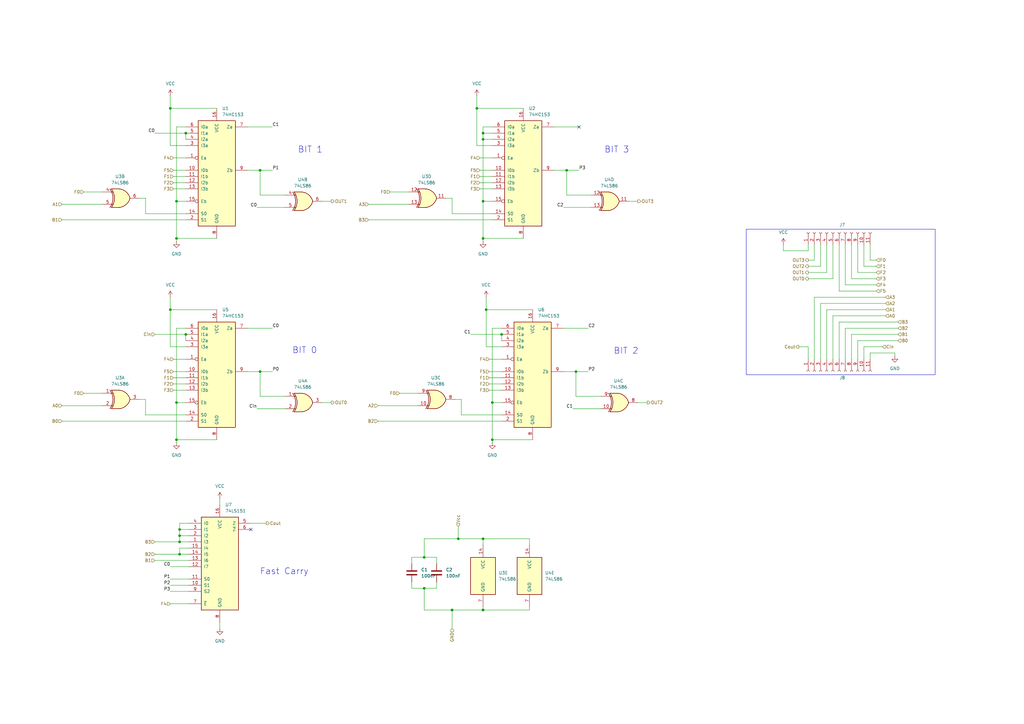
<source format=kicad_sch>
(kicad_sch (version 20231120) (generator "eeschema") (generator_version "8.0")
  (paper "A3")
  (lib_symbols
    (symbol "74xx:74LS151" (pin_names (offset 1.016))
      (property "Reference" "U" (at -7.62 19.05 0))
      (property "Value" "74LS151" (at -7.62 -21.59 0))
      (symbol "74LS151_1_0"
        (pin input line (at -12.7 7.62 0) (length 5.08) (name "I3") (number "1"))
        (pin input line (at -12.7 -10.16 0) (length 5.08) (name "S1") (number "10"))
        (pin input line (at -12.7 -7.62 0) (length 5.08) (name "S0") (number "11"))
        (pin input line (at -12.7 -2.54 0) (length 5.08) (name "I7") (number "12"))
        (pin input line (at -12.7 0 0) (length 5.08) (name "I6") (number "13"))
        (pin input line (at -12.7 2.54 0) (length 5.08) (name "I5") (number "14"))
        (pin input line (at -12.7 5.08 0) (length 5.08) (name "I4") (number "15"))
        (pin power_in line (at 0 22.86 270) (length 5.08) (name "VCC") (number "16"))
        (pin input line (at -12.7 10.16 0) (length 5.08) (name "I2") (number "2"))
        (pin input line (at -12.7 12.7 0) (length 5.08) (name "I1") (number "3"))
        (pin input line (at -12.7 15.24 0) (length 5.08) (name "I0") (number "4"))
        (pin output line (at 12.7 15.24 180) (length 5.08) (name "Z") (number "5"))
        (pin output line (at 12.7 12.7 180) (length 5.08) (name "~{Z}") (number "6"))
        (pin input line (at -12.7 -17.78 0) (length 5.08) (name "~{E}") (number "7"))
        (pin power_in line (at 0 -25.4 90) (length 5.08) (name "GND") (number "8"))
        (pin input line (at -12.7 -12.7 0) (length 5.08) (name "S2") (number "9"))
      )
      (symbol "74LS151_1_1"
        (rectangle (start -7.62 17.78) (end 7.62 -20.32) (stroke (width 0.254)) (fill (type background)))
      )
    )
    (symbol "74xx:74LS153" (pin_names (offset 1.016))
      (property "Reference" "U" (at -7.62 21.59 0))
      (property "Value" "74LS153" (at -7.62 -24.13 0))
      (symbol "74LS153_1_0"
        (pin input inverted (at -12.7 5.08 0) (length 5.08) (name "Ea") (number "1"))
        (pin input line (at -12.7 0 0) (length 5.08) (name "I0b") (number "10"))
        (pin input line (at -12.7 -2.54 0) (length 5.08) (name "I1b") (number "11"))
        (pin input line (at -12.7 -5.08 0) (length 5.08) (name "I2b") (number "12"))
        (pin input line (at -12.7 -7.62 0) (length 5.08) (name "I3b") (number "13"))
        (pin input line (at -12.7 -17.78 0) (length 5.08) (name "S0") (number "14"))
        (pin input inverted (at -12.7 -12.7 0) (length 5.08) (name "Eb") (number "15"))
        (pin power_in line (at 0 25.4 270) (length 5.08) (name "VCC") (number "16"))
        (pin input line (at -12.7 -20.32 0) (length 5.08) (name "S1") (number "2"))
        (pin input line (at -12.7 10.16 0) (length 5.08) (name "I3a") (number "3"))
        (pin input line (at -12.7 12.7 0) (length 5.08) (name "I2a") (number "4"))
        (pin input line (at -12.7 15.24 0) (length 5.08) (name "I1a") (number "5"))
        (pin input line (at -12.7 17.78 0) (length 5.08) (name "I0a") (number "6"))
        (pin output line (at 12.7 17.78 180) (length 5.08) (name "Za") (number "7"))
        (pin power_in line (at 0 -27.94 90) (length 5.08) (name "GND") (number "8"))
        (pin output line (at 12.7 0 180) (length 5.08) (name "Zb") (number "9"))
      )
      (symbol "74LS153_1_1"
        (rectangle (start -7.62 20.32) (end 7.62 -22.86) (stroke (width 0.254)) (fill (type background)))
      )
    )
    (symbol "74xx:74LS86" (pin_names (offset 1.016))
      (property "Reference" "U" (at 0 1.27 0))
      (property "Value" "74LS86" (at 0 -1.27 0))
      (symbol "74LS86_1_0"
        (arc (start -4.4196 -3.81) (mid -3.2033 0) (end -4.4196 3.81) (stroke (width 0.254)))
        (arc (start -3.81 -3.81) (mid -2.589 0) (end -3.81 3.81) (stroke (width 0.254)))
        (arc (start -0.6096 -3.81) (mid 2.1842 -2.5851) (end 3.81 0) (stroke (width 0.254)) (fill (type background)))
        (polyline (pts (xy -3.81 -3.81) (xy -0.635 -3.81)) (stroke (width 0.254)) (fill (type background)))
        (polyline (pts (xy -3.81 3.81) (xy -0.635 3.81)) (stroke (width 0.254)) (fill (type background)))
        (polyline (pts (xy -0.635 3.81) (xy -3.81 3.81) (xy -3.81 3.81) (xy -3.556 3.4036) (xy -3.0226 2.2606) (xy -2.6924 1.0414) (xy -2.6162 -0.254) (xy -2.7686 -1.4986) (xy -3.175 -2.7178) (xy -3.81 -3.81) (xy -3.81 -3.81) (xy -0.635 -3.81)) (stroke (width -25.4)) (fill (type background)))
        (arc (start 3.81 0) (mid 2.1915 2.5936) (end -0.6096 3.81) (stroke (width 0.254)) (fill (type background)))
        (pin input line (at -7.62 2.54 0) (length 4.445) (name "~") (number "1"))
        (pin input line (at -7.62 -2.54 0) (length 4.445) (name "~") (number "2"))
        (pin output line (at 7.62 0 180) (length 3.81) (name "~") (number "3"))
      )
      (symbol "74LS86_1_1"
        (polyline (pts (xy -3.81 -2.54) (xy -3.175 -2.54)) (stroke (width 0.1524)))
        (polyline (pts (xy -3.81 2.54) (xy -3.175 2.54)) (stroke (width 0.1524)))
      )
      (symbol "74LS86_2_0"
        (arc (start -4.4196 -3.81) (mid -3.2033 0) (end -4.4196 3.81) (stroke (width 0.254)))
        (arc (start -3.81 -3.81) (mid -2.589 0) (end -3.81 3.81) (stroke (width 0.254)))
        (arc (start -0.6096 -3.81) (mid 2.1842 -2.5851) (end 3.81 0) (stroke (width 0.254)) (fill (type background)))
        (polyline (pts (xy -3.81 -3.81) (xy -0.635 -3.81)) (stroke (width 0.254)) (fill (type background)))
        (polyline (pts (xy -3.81 3.81) (xy -0.635 3.81)) (stroke (width 0.254)) (fill (type background)))
        (polyline (pts (xy -0.635 3.81) (xy -3.81 3.81) (xy -3.81 3.81) (xy -3.556 3.4036) (xy -3.0226 2.2606) (xy -2.6924 1.0414) (xy -2.6162 -0.254) (xy -2.7686 -1.4986) (xy -3.175 -2.7178) (xy -3.81 -3.81) (xy -3.81 -3.81) (xy -0.635 -3.81)) (stroke (width -25.4)) (fill (type background)))
        (arc (start 3.81 0) (mid 2.1915 2.5936) (end -0.6096 3.81) (stroke (width 0.254)) (fill (type background)))
        (pin input line (at -7.62 2.54 0) (length 4.445) (name "~") (number "4"))
        (pin input line (at -7.62 -2.54 0) (length 4.445) (name "~") (number "5"))
        (pin output line (at 7.62 0 180) (length 3.81) (name "~") (number "6"))
      )
      (symbol "74LS86_2_1"
        (polyline (pts (xy -3.81 -2.54) (xy -3.175 -2.54)) (stroke (width 0.1524)))
        (polyline (pts (xy -3.81 2.54) (xy -3.175 2.54)) (stroke (width 0.1524)))
      )
      (symbol "74LS86_3_0"
        (arc (start -4.4196 -3.81) (mid -3.2033 0) (end -4.4196 3.81) (stroke (width 0.254)))
        (arc (start -3.81 -3.81) (mid -2.589 0) (end -3.81 3.81) (stroke (width 0.254)))
        (arc (start -0.6096 -3.81) (mid 2.1842 -2.5851) (end 3.81 0) (stroke (width 0.254)) (fill (type background)))
        (polyline (pts (xy -3.81 -3.81) (xy -0.635 -3.81)) (stroke (width 0.254)) (fill (type background)))
        (polyline (pts (xy -3.81 3.81) (xy -0.635 3.81)) (stroke (width 0.254)) (fill (type background)))
        (polyline (pts (xy -0.635 3.81) (xy -3.81 3.81) (xy -3.81 3.81) (xy -3.556 3.4036) (xy -3.0226 2.2606) (xy -2.6924 1.0414) (xy -2.6162 -0.254) (xy -2.7686 -1.4986) (xy -3.175 -2.7178) (xy -3.81 -3.81) (xy -3.81 -3.81) (xy -0.635 -3.81)) (stroke (width -25.4)) (fill (type background)))
        (arc (start 3.81 0) (mid 2.1915 2.5936) (end -0.6096 3.81) (stroke (width 0.254)) (fill (type background)))
        (pin input line (at -7.62 -2.54 0) (length 4.445) (name "~") (number "10"))
        (pin output line (at 7.62 0 180) (length 3.81) (name "~") (number "8"))
        (pin input line (at -7.62 2.54 0) (length 4.445) (name "~") (number "9"))
      )
      (symbol "74LS86_3_1"
        (polyline (pts (xy -3.81 -2.54) (xy -3.175 -2.54)) (stroke (width 0.1524)))
        (polyline (pts (xy -3.81 2.54) (xy -3.175 2.54)) (stroke (width 0.1524)))
      )
      (symbol "74LS86_4_0"
        (arc (start -4.4196 -3.81) (mid -3.2033 0) (end -4.4196 3.81) (stroke (width 0.254)))
        (arc (start -3.81 -3.81) (mid -2.589 0) (end -3.81 3.81) (stroke (width 0.254)))
        (arc (start -0.6096 -3.81) (mid 2.1842 -2.5851) (end 3.81 0) (stroke (width 0.254)) (fill (type background)))
        (polyline (pts (xy -3.81 -3.81) (xy -0.635 -3.81)) (stroke (width 0.254)) (fill (type background)))
        (polyline (pts (xy -3.81 3.81) (xy -0.635 3.81)) (stroke (width 0.254)) (fill (type background)))
        (polyline (pts (xy -0.635 3.81) (xy -3.81 3.81) (xy -3.81 3.81) (xy -3.556 3.4036) (xy -3.0226 2.2606) (xy -2.6924 1.0414) (xy -2.6162 -0.254) (xy -2.7686 -1.4986) (xy -3.175 -2.7178) (xy -3.81 -3.81) (xy -3.81 -3.81) (xy -0.635 -3.81)) (stroke (width -25.4)) (fill (type background)))
        (arc (start 3.81 0) (mid 2.1915 2.5936) (end -0.6096 3.81) (stroke (width 0.254)) (fill (type background)))
        (pin output line (at 7.62 0 180) (length 3.81) (name "~") (number "11"))
        (pin input line (at -7.62 2.54 0) (length 4.445) (name "~") (number "12"))
        (pin input line (at -7.62 -2.54 0) (length 4.445) (name "~") (number "13"))
      )
      (symbol "74LS86_4_1"
        (polyline (pts (xy -3.81 -2.54) (xy -3.175 -2.54)) (stroke (width 0.1524)))
        (polyline (pts (xy -3.81 2.54) (xy -3.175 2.54)) (stroke (width 0.1524)))
      )
      (symbol "74LS86_5_0"
        (pin power_in line (at 0 12.7 270) (length 5.08) (name "VCC") (number "14"))
        (pin power_in line (at 0 -12.7 90) (length 5.08) (name "GND") (number "7"))
      )
      (symbol "74LS86_5_1"
        (rectangle (start -5.08 7.62) (end 5.08 -7.62) (stroke (width 0.254)) (fill (type background)))
      )
    )
    (symbol "Connector:Conn_01x11_Socket" (pin_names (offset 1.016) hide)
      (property "Reference" "J" (at 0 15.24 0))
      (property "Value" "Conn_01x11_Socket" (at 0 -15.24 0))
      (symbol "Conn_01x11_Socket_1_1"
        (arc (start 0 -12.192) (mid -0.5058 -12.7) (end 0 -13.208) (stroke (width 0.1524)))
        (arc (start 0 -9.652) (mid -0.5058 -10.16) (end 0 -10.668) (stroke (width 0.1524)))
        (arc (start 0 -7.112) (mid -0.5058 -7.62) (end 0 -8.128) (stroke (width 0.1524)))
        (arc (start 0 -4.572) (mid -0.5058 -5.08) (end 0 -5.588) (stroke (width 0.1524)))
        (arc (start 0 -2.032) (mid -0.5058 -2.54) (end 0 -3.048) (stroke (width 0.1524)))
        (polyline (pts (xy -1.27 -12.7) (xy -0.508 -12.7)) (stroke (width 0.1524)))
        (polyline (pts (xy -1.27 -10.16) (xy -0.508 -10.16)) (stroke (width 0.1524)))
        (polyline (pts (xy -1.27 -7.62) (xy -0.508 -7.62)) (stroke (width 0.1524)))
        (polyline (pts (xy -1.27 -5.08) (xy -0.508 -5.08)) (stroke (width 0.1524)))
        (polyline (pts (xy -1.27 -2.54) (xy -0.508 -2.54)) (stroke (width 0.1524)))
        (polyline (pts (xy -1.27 0) (xy -0.508 0)) (stroke (width 0.1524)))
        (polyline (pts (xy -1.27 2.54) (xy -0.508 2.54)) (stroke (width 0.1524)))
        (polyline (pts (xy -1.27 5.08) (xy -0.508 5.08)) (stroke (width 0.1524)))
        (polyline (pts (xy -1.27 7.62) (xy -0.508 7.62)) (stroke (width 0.1524)))
        (polyline (pts (xy -1.27 10.16) (xy -0.508 10.16)) (stroke (width 0.1524)))
        (polyline (pts (xy -1.27 12.7) (xy -0.508 12.7)) (stroke (width 0.1524)))
        (arc (start 0 0.508) (mid -0.5058 0) (end 0 -0.508) (stroke (width 0.1524)))
        (arc (start 0 3.048) (mid -0.5058 2.54) (end 0 2.032) (stroke (width 0.1524)))
        (arc (start 0 5.588) (mid -0.5058 5.08) (end 0 4.572) (stroke (width 0.1524)))
        (arc (start 0 8.128) (mid -0.5058 7.62) (end 0 7.112) (stroke (width 0.1524)))
        (arc (start 0 10.668) (mid -0.5058 10.16) (end 0 9.652) (stroke (width 0.1524)))
        (arc (start 0 13.208) (mid -0.5058 12.7) (end 0 12.192) (stroke (width 0.1524)))
        (pin passive line (at -5.08 12.7 0) (length 3.81) (name "Pin_1") (number "1"))
        (pin passive line (at -5.08 -10.16 0) (length 3.81) (name "Pin_10") (number "10"))
        (pin passive line (at -5.08 -12.7 0) (length 3.81) (name "Pin_11") (number "11"))
        (pin passive line (at -5.08 10.16 0) (length 3.81) (name "Pin_2") (number "2"))
        (pin passive line (at -5.08 7.62 0) (length 3.81) (name "Pin_3") (number "3"))
        (pin passive line (at -5.08 5.08 0) (length 3.81) (name "Pin_4") (number "4"))
        (pin passive line (at -5.08 2.54 0) (length 3.81) (name "Pin_5") (number "5"))
        (pin passive line (at -5.08 0 0) (length 3.81) (name "Pin_6") (number "6"))
        (pin passive line (at -5.08 -2.54 0) (length 3.81) (name "Pin_7") (number "7"))
        (pin passive line (at -5.08 -5.08 0) (length 3.81) (name "Pin_8") (number "8"))
        (pin passive line (at -5.08 -7.62 0) (length 3.81) (name "Pin_9") (number "9"))
      )
    )
    (symbol "Device:C" (pin_numbers hide) (pin_names (offset 0.254))
      (property "Reference" "C" (at 0.635 2.54 0))
      (property "Value" "C" (at 0.635 -2.54 0))
      (symbol "C_0_1"
        (polyline (pts (xy -2.032 -0.762) (xy 2.032 -0.762)) (stroke (width 0.508)))
        (polyline (pts (xy -2.032 0.762) (xy 2.032 0.762)) (stroke (width 0.508)))
      )
      (symbol "C_1_1"
        (pin passive line (at 0 3.81 270) (length 2.794) (name "~") (number "1"))
        (pin passive line (at 0 -3.81 90) (length 2.794) (name "~") (number "2"))
      )
    )
    (symbol "power:GND" (power) (pin_numbers hide) (pin_names (offset 0) hide)
      (property "Value" "GND" (at 0 -3.81 0))
      (symbol "GND_0_1"
        (polyline (pts (xy 0 0) (xy 0 -1.27) (xy 1.27 -1.27) (xy 0 -2.54) (xy -1.27 -1.27) (xy 0 -1.27)))
      )
      (symbol "GND_1_1"
        (pin power_in line (at 0 0 270) (length 0) (name "~") (number "1"))
      )
    )
    (symbol "power:VCC" (power) (pin_numbers hide) (pin_names (offset 0) hide)
      (property "Value" "VCC" (at 0 3.556 0))
      (symbol "VCC_0_1"
        (polyline (pts (xy -0.762 1.27) (xy 0 2.54)))
        (polyline (pts (xy 0 0) (xy 0 2.54)))
        (polyline (pts (xy 0 2.54) (xy 0.762 1.27)))
      )
      (symbol "VCC_1_1"
        (pin power_in line (at 0 0 90) (length 0) (name "~") (number "1"))
      )
    )
  )
  (junction (at 198.12 82.55))
  (junction (at 72.39 97.79))
  (junction (at 72.39 180.34))
  (junction (at 199.39 127))
  (junction (at 73.66 217.17))
  (junction (at 69.85 44.45))
  (junction (at 232.41 69.85))
  (junction (at 201.93 180.34))
  (junction (at 195.58 44.45))
  (junction (at 76.2 137.16))
  (junction (at 173.99 241.3))
  (junction (at 106.68 152.4))
  (junction (at 198.12 54.61))
  (junction (at 73.66 219.71))
  (junction (at 205.74 137.16))
  (junction (at 72.39 82.55))
  (junction (at 73.66 227.33))
  (junction (at 76.2 54.61))
  (junction (at 69.85 127))
  (junction (at 201.93 165.1))
  (junction (at 198.12 220.98))
  (junction (at 73.66 222.25))
  (junction (at 236.22 152.4))
  (junction (at 106.68 69.85))
  (junction (at 198.12 97.79))
  (junction (at 187.96 220.98))
  (junction (at 198.12 57.15))
  (junction (at 72.39 165.1))
  (junction (at 198.12 250.19))
  (junction (at 173.99 228.6))
  (junction (at 185.42 250.19))
  (no_connect (at 237.49 52.07))
  (no_connect (at 102.87 217.17))
  (wire (pts (xy 71.12 74.93) (xy 76.2 74.93)))
  (wire (pts (xy 359.41 109.22) (xy 354.33 109.22)))
  (wire (pts (xy 69.85 59.69) (xy 69.85 44.45)))
  (wire (pts (xy 151.13 83.82) (xy 167.64 83.82)))
  (wire (pts (xy 69.85 127) (xy 69.85 121.92)))
  (wire (pts (xy 163.83 161.29) (xy 171.45 161.29)))
  (wire (pts (xy 185.42 87.63) (xy 201.93 87.63)))
  (wire (pts (xy 102.87 214.63) (xy 109.22 214.63)))
  (wire (pts (xy 73.66 214.63) (xy 73.66 217.17)))
  (wire (pts (xy 72.39 52.07) (xy 72.39 82.55)))
  (wire (pts (xy 227.33 52.07) (xy 237.49 52.07)))
  (wire (pts (xy 331.47 114.3) (xy 341.63 114.3)))
  (wire (pts (xy 344.17 119.38) (xy 359.41 119.38)))
  (wire (pts (xy 199.39 142.24) (xy 199.39 127)))
  (wire (pts (xy 201.93 165.1) (xy 201.93 180.34)))
  (wire (pts (xy 25.4 166.37) (xy 41.91 166.37)))
  (wire (pts (xy 242.57 80.01) (xy 232.41 80.01)))
  (wire (pts (xy 354.33 142.24) (xy 354.33 147.32)))
  (wire (pts (xy 217.17 248.92) (xy 217.17 250.19)))
  (wire (pts (xy 73.66 219.71) (xy 77.47 219.71)))
  (wire (pts (xy 356.87 144.78) (xy 367.03 144.78)))
  (wire (pts (xy 116.84 162.56) (xy 106.68 162.56)))
  (wire (pts (xy 69.85 237.49) (xy 77.47 237.49)))
  (wire (pts (xy 321.31 102.87) (xy 331.47 102.87)))
  (wire (pts (xy 76.2 142.24) (xy 69.85 142.24)))
  (wire (pts (xy 187.96 220.98) (xy 187.96 215.9)))
  (wire (pts (xy 201.93 180.34) (xy 218.44 180.34)))
  (wire (pts (xy 101.6 152.4) (xy 106.68 152.4)))
  (wire (pts (xy 368.3 132.08) (xy 344.17 132.08)))
  (wire (pts (xy 57.15 81.28) (xy 59.69 81.28)))
  (wire (pts (xy 71.12 69.85) (xy 76.2 69.85)))
  (wire (pts (xy 363.22 121.92) (xy 334.01 121.92)))
  (wire (pts (xy 76.2 54.61) (xy 76.2 57.15)))
  (wire (pts (xy 76.2 52.07) (xy 72.39 52.07)))
  (wire (pts (xy 356.87 100.33) (xy 356.87 106.68)))
  (wire (pts (xy 356.87 147.32) (xy 356.87 144.78)))
  (wire (pts (xy 90.17 204.47) (xy 90.17 207.01)))
  (wire (pts (xy 359.41 106.68) (xy 356.87 106.68)))
  (wire (pts (xy 34.29 78.74) (xy 41.91 78.74)))
  (wire (pts (xy 69.85 247.65) (xy 77.47 247.65)))
  (wire (pts (xy 185.42 250.19) (xy 185.42 257.81)))
  (wire (pts (xy 198.12 220.98) (xy 187.96 220.98)))
  (wire (pts (xy 72.39 180.34) (xy 88.9 180.34)))
  (wire (pts (xy 69.85 142.24) (xy 69.85 127)))
  (wire (pts (xy 25.4 172.72) (xy 76.2 172.72)))
  (wire (pts (xy 331.47 106.68) (xy 334.01 106.68)))
  (wire (pts (xy 331.47 109.22) (xy 336.55 109.22)))
  (wire (pts (xy 168.91 241.3) (xy 173.99 241.3)))
  (wire (pts (xy 368.3 137.16) (xy 349.25 137.16)))
  (wire (pts (xy 201.93 165.1) (xy 205.74 165.1)))
  (wire (pts (xy 160.02 78.74) (xy 167.64 78.74)))
  (wire (pts (xy 331.47 111.76) (xy 339.09 111.76)))
  (wire (pts (xy 182.88 81.28) (xy 185.42 81.28)))
  (wire (pts (xy 257.81 82.55) (xy 261.62 82.55)))
  (wire (pts (xy 196.85 69.85) (xy 201.93 69.85)))
  (wire (pts (xy 341.63 129.54) (xy 341.63 147.32)))
  (wire (pts (xy 69.85 44.45) (xy 69.85 39.37)))
  (wire (pts (xy 76.2 137.16) (xy 76.2 139.7)))
  (wire (pts (xy 72.39 97.79) (xy 88.9 97.79)))
  (wire (pts (xy 173.99 250.19) (xy 185.42 250.19)))
  (wire (pts (xy 368.3 139.7) (xy 351.79 139.7)))
  (wire (pts (xy 232.41 69.85) (xy 232.41 80.01)))
  (wire (pts (xy 336.55 124.46) (xy 336.55 147.32)))
  (wire (pts (xy 198.12 82.55) (xy 201.93 82.55)))
  (wire (pts (xy 179.07 228.6) (xy 173.99 228.6)))
  (wire (pts (xy 76.2 59.69) (xy 69.85 59.69)))
  (wire (pts (xy 205.74 137.16) (xy 205.74 139.7)))
  (wire (pts (xy 198.12 82.55) (xy 198.12 97.79)))
  (wire (pts (xy 246.38 162.56) (xy 236.22 162.56)))
  (wire (pts (xy 361.95 142.24) (xy 354.33 142.24)))
  (wire (pts (xy 71.12 77.47) (xy 76.2 77.47)))
  (wire (pts (xy 154.94 172.72) (xy 205.74 172.72)))
  (wire (pts (xy 168.91 228.6) (xy 168.91 231.14)))
  (wire (pts (xy 231.14 152.4) (xy 236.22 152.4)))
  (wire (pts (xy 101.6 134.62) (xy 111.76 134.62)))
  (wire (pts (xy 195.58 59.69) (xy 195.58 44.45)))
  (wire (pts (xy 321.31 100.33) (xy 321.31 102.87)))
  (wire (pts (xy 154.94 166.37) (xy 171.45 166.37)))
  (wire (pts (xy 339.09 111.76) (xy 339.09 100.33)))
  (wire (pts (xy 71.12 157.48) (xy 76.2 157.48)))
  (wire (pts (xy 368.3 134.62) (xy 346.71 134.62)))
  (wire (pts (xy 59.69 170.18) (xy 76.2 170.18)))
  (wire (pts (xy 344.17 132.08) (xy 344.17 147.32)))
  (wire (pts (xy 69.85 240.03) (xy 77.47 240.03)))
  (wire (pts (xy 72.39 165.1) (xy 72.39 180.34)))
  (wire (pts (xy 359.41 114.3) (xy 349.25 114.3)))
  (wire (pts (xy 106.68 69.85) (xy 111.76 69.85)))
  (wire (pts (xy 71.12 154.94) (xy 76.2 154.94)))
  (wire (pts (xy 73.66 224.79) (xy 73.66 227.33)))
  (wire (pts (xy 231.14 85.09) (xy 242.57 85.09)))
  (wire (pts (xy 200.66 152.4) (xy 205.74 152.4)))
  (wire (pts (xy 173.99 220.98) (xy 173.99 228.6)))
  (wire (pts (xy 101.6 69.85) (xy 106.68 69.85)))
  (wire (pts (xy 354.33 109.22) (xy 354.33 100.33)))
  (wire (pts (xy 201.93 59.69) (xy 195.58 59.69)))
  (wire (pts (xy 200.66 147.32) (xy 205.74 147.32)))
  (wire (pts (xy 57.15 163.83) (xy 59.69 163.83)))
  (wire (pts (xy 63.5 229.87) (xy 77.47 229.87)))
  (wire (pts (xy 196.85 77.47) (xy 201.93 77.47)))
  (wire (pts (xy 34.29 161.29) (xy 41.91 161.29)))
  (wire (pts (xy 71.12 72.39) (xy 76.2 72.39)))
  (wire (pts (xy 327.66 142.24) (xy 331.47 142.24)))
  (wire (pts (xy 77.47 224.79) (xy 73.66 224.79)))
  (wire (pts (xy 336.55 109.22) (xy 336.55 100.33)))
  (wire (pts (xy 198.12 52.07) (xy 198.12 54.61)))
  (wire (pts (xy 261.62 165.1) (xy 265.43 165.1)))
  (wire (pts (xy 179.07 231.14) (xy 179.07 228.6)))
  (wire (pts (xy 200.66 154.94) (xy 205.74 154.94)))
  (wire (pts (xy 349.25 114.3) (xy 349.25 100.33)))
  (wire (pts (xy 234.95 167.64) (xy 246.38 167.64)))
  (wire (pts (xy 189.23 170.18) (xy 205.74 170.18)))
  (wire (pts (xy 198.12 250.19) (xy 185.42 250.19)))
  (wire (pts (xy 341.63 114.3) (xy 341.63 100.33)))
  (wire (pts (xy 132.08 82.55) (xy 135.89 82.55)))
  (wire (pts (xy 346.71 134.62) (xy 346.71 147.32)))
  (wire (pts (xy 201.93 52.07) (xy 198.12 52.07)))
  (wire (pts (xy 198.12 57.15) (xy 198.12 82.55)))
  (wire (pts (xy 236.22 152.4) (xy 236.22 162.56)))
  (wire (pts (xy 63.5 222.25) (xy 73.66 222.25)))
  (wire (pts (xy 236.22 152.4) (xy 241.3 152.4)))
  (wire (pts (xy 359.41 116.84) (xy 346.71 116.84)))
  (wire (pts (xy 63.5 54.61) (xy 76.2 54.61)))
  (wire (pts (xy 227.33 69.85) (xy 232.41 69.85)))
  (wire (pts (xy 199.39 127) (xy 199.39 121.92)))
  (wire (pts (xy 185.42 81.28) (xy 185.42 87.63)))
  (wire (pts (xy 69.85 232.41) (xy 77.47 232.41)))
  (wire (pts (xy 105.41 85.09) (xy 116.84 85.09)))
  (wire (pts (xy 25.4 83.82) (xy 41.91 83.82)))
  (wire (pts (xy 132.08 165.1) (xy 135.89 165.1)))
  (wire (pts (xy 72.39 97.79) (xy 72.39 99.06)))
  (wire (pts (xy 71.12 64.77) (xy 76.2 64.77)))
  (wire (pts (xy 71.12 160.02) (xy 76.2 160.02)))
  (wire (pts (xy 173.99 228.6) (xy 168.91 228.6)))
  (wire (pts (xy 173.99 241.3) (xy 179.07 241.3)))
  (wire (pts (xy 198.12 57.15) (xy 201.93 57.15)))
  (wire (pts (xy 331.47 102.87) (xy 331.47 100.33)))
  (wire (pts (xy 196.85 74.93) (xy 201.93 74.93)))
  (wire (pts (xy 193.04 137.16) (xy 205.74 137.16)))
  (wire (pts (xy 198.12 248.92) (xy 198.12 250.19)))
  (wire (pts (xy 359.41 111.76) (xy 351.79 111.76)))
  (wire (pts (xy 205.74 134.62) (xy 201.93 134.62)))
  (wire (pts (xy 69.85 242.57) (xy 77.47 242.57)))
  (wire (pts (xy 151.13 90.17) (xy 201.93 90.17)))
  (wire (pts (xy 217.17 220.98) (xy 198.12 220.98)))
  (wire (pts (xy 334.01 106.68) (xy 334.01 100.33)))
  (wire (pts (xy 351.79 111.76) (xy 351.79 100.33)))
  (wire (pts (xy 196.85 64.77) (xy 201.93 64.77)))
  (wire (pts (xy 72.39 82.55) (xy 76.2 82.55)))
  (wire (pts (xy 63.5 227.33) (xy 73.66 227.33)))
  (wire (pts (xy 232.41 69.85) (xy 237.49 69.85)))
  (wire (pts (xy 72.39 82.55) (xy 72.39 97.79)))
  (wire (pts (xy 105.41 167.64) (xy 116.84 167.64)))
  (wire (pts (xy 231.14 134.62) (xy 241.3 134.62)))
  (wire (pts (xy 363.22 129.54) (xy 341.63 129.54)))
  (wire (pts (xy 106.68 69.85) (xy 106.68 80.01)))
  (wire (pts (xy 195.58 44.45) (xy 214.63 44.45)))
  (wire (pts (xy 77.47 214.63) (xy 73.66 214.63)))
  (wire (pts (xy 72.39 134.62) (xy 72.39 165.1)))
  (wire (pts (xy 25.4 90.17) (xy 76.2 90.17)))
  (wire (pts (xy 200.66 160.02) (xy 205.74 160.02)))
  (wire (pts (xy 73.66 227.33) (xy 77.47 227.33)))
  (wire (pts (xy 363.22 127) (xy 339.09 127)))
  (wire (pts (xy 73.66 219.71) (xy 73.66 222.25)))
  (wire (pts (xy 116.84 80.01) (xy 106.68 80.01)))
  (wire (pts (xy 198.12 54.61) (xy 198.12 57.15)))
  (wire (pts (xy 351.79 139.7) (xy 351.79 147.32)))
  (wire (pts (xy 90.17 255.27) (xy 90.17 257.81)))
  (wire (pts (xy 367.03 144.78) (xy 367.03 146.05)))
  (wire (pts (xy 187.96 220.98) (xy 173.99 220.98)))
  (wire (pts (xy 344.17 100.33) (xy 344.17 119.38)))
  (wire (pts (xy 72.39 165.1) (xy 76.2 165.1)))
  (wire (pts (xy 73.66 222.25) (xy 77.47 222.25)))
  (wire (pts (xy 101.6 52.07) (xy 111.76 52.07)))
  (wire (pts (xy 76.2 134.62) (xy 72.39 134.62)))
  (wire (pts (xy 186.69 163.83) (xy 189.23 163.83)))
  (wire (pts (xy 200.66 157.48) (xy 205.74 157.48)))
  (wire (pts (xy 198.12 54.61) (xy 201.93 54.61)))
  (wire (pts (xy 339.09 127) (xy 339.09 147.32)))
  (wire (pts (xy 201.93 180.34) (xy 201.93 181.61)))
  (wire (pts (xy 73.66 217.17) (xy 73.66 219.71)))
  (wire (pts (xy 71.12 152.4) (xy 76.2 152.4)))
  (wire (pts (xy 349.25 137.16) (xy 349.25 147.32)))
  (wire (pts (xy 189.23 163.83) (xy 189.23 170.18)))
  (wire (pts (xy 334.01 121.92) (xy 334.01 147.32)))
  (wire (pts (xy 173.99 241.3) (xy 173.99 250.19)))
  (wire (pts (xy 59.69 163.83) (xy 59.69 170.18)))
  (wire (pts (xy 71.12 147.32) (xy 76.2 147.32)))
  (wire (pts (xy 69.85 127) (xy 88.9 127)))
  (wire (pts (xy 201.93 134.62) (xy 201.93 165.1)))
  (wire (pts (xy 106.68 152.4) (xy 106.68 162.56)))
  (wire (pts (xy 168.91 238.76) (xy 168.91 241.3)))
  (wire (pts (xy 198.12 220.98) (xy 198.12 223.52)))
  (wire (pts (xy 198.12 97.79) (xy 198.12 99.06)))
  (wire (pts (xy 59.69 81.28) (xy 59.69 87.63)))
  (wire (pts (xy 205.74 142.24) (xy 199.39 142.24)))
  (wire (pts (xy 195.58 44.45) (xy 195.58 39.37)))
  (wire (pts (xy 59.69 87.63) (xy 76.2 87.63)))
  (wire (pts (xy 196.85 72.39) (xy 201.93 72.39)))
  (wire (pts (xy 73.66 217.17) (xy 77.47 217.17)))
  (wire (pts (xy 179.07 241.3) (xy 179.07 238.76)))
  (wire (pts (xy 363.22 124.46) (xy 336.55 124.46)))
  (wire (pts (xy 346.71 116.84) (xy 346.71 100.33)))
  (wire (pts (xy 198.12 97.79) (xy 214.63 97.79)))
  (wire (pts (xy 106.68 152.4) (xy 111.76 152.4)))
  (wire (pts (xy 63.5 137.16) (xy 76.2 137.16)))
  (wire (pts (xy 331.47 142.24) (xy 331.47 147.32)))
  (wire (pts (xy 69.85 44.45) (xy 88.9 44.45)))
  (wire (pts (xy 199.39 127) (xy 218.44 127)))
  (wire (pts (xy 217.17 223.52) (xy 217.17 220.98)))
  (wire (pts (xy 72.39 180.34) (xy 72.39 181.61)))
  (wire (pts (xy 217.17 250.19) (xy 198.12 250.19)))
  (rectangle (start 306.07 93.98) (end 383.54 153.67))
  (text "BIT 3" (at 252.984 61.468 0) (effects (font (size 2.54 2.54))))
  (text "BIT 0" (at 124.968 143.764 0) (effects (font (size 2.54 2.54))))
  (text "BIT 2\n" (at 256.794 144.018 0) (effects (font (size 2.54 2.54))))
  (text "Fast Carry" (at 116.586 234.442 0) (effects (font (size 2.54 2.54))))
  (text "BIT 1" (at 127.254 61.468 0) (effects (font (size 2.54 2.54))))
  (label "C1" (at 234.95 167.64 180))
  (label "P1" (at 69.85 237.49 180))
  (label "P2" (at 241.3 152.4 0))
  (label "P2" (at 69.85 240.03 180))
  (label "P3" (at 237.49 69.85 0))
  (label "P0" (at 111.76 152.4 0))
  (label "C0" (at 63.5 54.61 180))
  (label "C0" (at 105.41 85.09 180))
  (label "P3" (at 69.85 242.57 180))
  (label "C1" (at 111.76 52.07 0))
  (label "C0" (at 111.76 134.62 0))
  (label "C1" (at 193.04 137.16 180))
  (label "C0" (at 69.85 232.41 180))
  (label "Cin" (at 105.41 167.64 180) (property "Cin" "Carry In" (effects (hide yes))))
  (label "C2" (at 241.3 134.62 0))
  (label "P1" (at 111.76 69.85 0))
  (label "C2" (at 231.14 85.09 180))
  (hierarchical_label "F3" (shape input) (at 71.12 160.02 180))
  (hierarchical_label "B2" (shape input) (at 154.94 172.72 180))
  (hierarchical_label "F4" (shape input) (at 69.85 247.65 180))
  (hierarchical_label "OUT3" (shape output) (at 261.62 82.55 0))
  (hierarchical_label "OUT1" (shape output) (at 135.89 82.55 0))
  (hierarchical_label "F5" (shape input) (at 200.66 152.4 180))
  (hierarchical_label "A2" (shape input) (at 363.22 124.46 0))
  (hierarchical_label "F1" (shape input) (at 196.85 72.39 180))
  (hierarchical_label "A3" (shape input) (at 151.13 83.82 180))
  (hierarchical_label "F2" (shape input) (at 196.85 74.93 180))
  (hierarchical_label "B0" (shape input) (at 368.3 139.7 0))
  (hierarchical_label "B1" (shape input) (at 25.4 90.17 180))
  (hierarchical_label "F5" (shape input) (at 359.41 119.38 0))
  (hierarchical_label "B3" (shape input) (at 151.13 90.17 180))
  (hierarchical_label "A1" (shape input) (at 363.22 127 0))
  (hierarchical_label "F2" (shape input) (at 71.12 157.48 180))
  (hierarchical_label "F0" (shape input) (at 34.29 78.74 180))
  (hierarchical_label "F0" (shape input) (at 34.29 161.29 180))
  (hierarchical_label "F1" (shape input) (at 71.12 72.39 180))
  (hierarchical_label "F5" (shape input) (at 196.85 69.85 180))
  (hierarchical_label "Cin" (shape input) (at 63.5 137.16 180))
  (hierarchical_label "B3" (shape input) (at 63.5 222.25 180))
  (hierarchical_label "F4" (shape input) (at 200.66 147.32 180))
  (hierarchical_label "B0" (shape input) (at 25.4 172.72 180))
  (hierarchical_label "F0" (shape input) (at 359.41 106.68 0))
  (hierarchical_label "F4" (shape input) (at 196.85 64.77 180))
  (hierarchical_label "OUT3" (shape output) (at 331.47 106.68 180))
  (hierarchical_label "B3" (shape input) (at 368.3 132.08 0))
  (hierarchical_label "F5" (shape input) (at 71.12 152.4 180))
  (hierarchical_label "OUT2" (shape output) (at 331.47 109.22 180))
  (hierarchical_label "OUT2" (shape output) (at 265.43 165.1 0))
  (hierarchical_label "F3" (shape input) (at 359.41 114.3 0))
  (hierarchical_label "F4" (shape input) (at 71.12 147.32 180))
  (hierarchical_label "F3" (shape input) (at 71.12 77.47 180))
  (hierarchical_label "F2" (shape input) (at 359.41 111.76 0))
  (hierarchical_label "Cout" (shape output) (at 327.66 142.24 180))
  (hierarchical_label "A0" (shape input) (at 363.22 129.54 0))
  (hierarchical_label "F5" (shape input) (at 71.12 69.85 180))
  (hierarchical_label "F4" (shape input) (at 359.41 116.84 0))
  (hierarchical_label "F1" (shape input) (at 200.66 154.94 180))
  (hierarchical_label "A3" (shape input) (at 363.22 121.92 0))
  (hierarchical_label "OUT0" (shape output) (at 135.89 165.1 0))
  (hierarchical_label "GND" (shape input) (at 185.42 257.81 270))
  (hierarchical_label "F1" (shape input) (at 71.12 154.94 180))
  (hierarchical_label "OUT0" (shape output) (at 331.47 114.3 180))
  (hierarchical_label "A1" (shape input) (at 25.4 83.82 180))
  (hierarchical_label "B1" (shape input) (at 368.3 137.16 0))
  (hierarchical_label "B2" (shape input) (at 368.3 134.62 0))
  (hierarchical_label "OUT1" (shape output) (at 331.47 111.76 180))
  (hierarchical_label "F0" (shape input) (at 163.83 161.29 180))
  (hierarchical_label "A0" (shape input) (at 25.4 166.37 180))
  (hierarchical_label "F2" (shape input) (at 200.66 157.48 180))
  (hierarchical_label "F3" (shape input) (at 196.85 77.47 180))
  (hierarchical_label "A2" (shape input) (at 154.94 166.37 180))
  (hierarchical_label "B1" (shape input) (at 63.5 229.87 180))
  (hierarchical_label "Cout" (shape output) (at 109.22 214.63 0))
  (hierarchical_label "F1" (shape input) (at 359.41 109.22 0))
  (hierarchical_label "Cin" (shape input) (at 361.95 142.24 0))
  (hierarchical_label "Vcc" (shape input) (at 187.96 215.9 90))
  (hierarchical_label "F2" (shape input) (at 71.12 74.93 180))
  (hierarchical_label "F4" (shape input) (at 71.12 64.77 180))
  (hierarchical_label "B2" (shape input) (at 63.5 227.33 180))
  (hierarchical_label "F3" (shape input) (at 200.66 160.02 180))
  (hierarchical_label "F0" (shape input) (at 160.02 78.74 180))
  (symbol (lib_id "power:VCC") (at 90.17 204.47 0) (unit 1)
    (property "Reference" "#PWR015" (effects (hide yes)))
    (property "Value" "VCC" (at 90.17 199.39 0))
    (property "Description" "Power symbol creates a global label with name \"VCC\"" (effects (hide yes)))
    (instances (project "ALU" (path "" (reference "#PWR015") (unit 1)) (path "" (reference "#PWR027") (unit 1))) (project "ALU" (path "" (reference "#PWR015") (unit 1)) (path "" (reference "#PWR015") (unit 1))))
  )
  (symbol (lib_id "74xx:74LS86") (at 124.46 165.1 0) (unit 1)
    (property "Reference" "U4" (at 124.1552 156.21 0))
    (property "Value" "74LS86" (at 124.1552 158.75 0))
    (property "Footprint" "Package_SO:SOIC-14_3.9x8.7mm_P1.27mm" (effects (hide yes)))
    (property "Datasheet" "74xx/74ls86.pdf" (effects (hide yes)))
    (property "Description" "Quad 2-input XOR" (effects (hide yes)))
    (instances (project "ALU" (path "" (reference "U4") (unit 1)) (path "" (reference "U11") (unit 1))) (project "ALU" (path "" (reference "U4") (unit 1)) (path "" (reference "U4") (unit 1))))
  )
  (symbol (lib_id "74xx:74LS86") (at 179.07 163.83 0) (unit 3)
    (property "Reference" "U3" (at 178.7652 154.94 0))
    (property "Value" "74LS86" (at 178.7652 157.48 0))
    (property "Footprint" "Package_SO:SOIC-14_3.9x8.7mm_P1.27mm" (effects (hide yes)))
    (property "Datasheet" "74xx/74ls86.pdf" (effects (hide yes)))
    (property "Description" "Quad 2-input XOR" (effects (hide yes)))
    (instances (project "ALU" (path "" (reference "U3") (unit 3)) (path "" (reference "U10") (unit 3))) (project "ALU" (path "" (reference "U3") (unit 3)) (path "" (reference "U3") (unit 3))))
  )
  (symbol (lib_id "74xx:74LS86") (at 250.19 82.55 0) (unit 4)
    (property "Reference" "U4" (at 249.8852 73.66 0))
    (property "Value" "74LS86" (at 249.8852 76.2 0))
    (property "Footprint" "Package_SO:SOIC-14_3.9x8.7mm_P1.27mm" (effects (hide yes)))
    (property "Datasheet" "74xx/74ls86.pdf" (effects (hide yes)))
    (property "Description" "Quad 2-input XOR" (effects (hide yes)))
    (instances (project "ALU" (path "" (reference "U4") (unit 4)) (path "" (reference "U11") (unit 4))) (project "ALU" (path "" (reference "U4") (unit 4)) (path "" (reference "U4") (unit 4))))
  )
  (symbol (lib_id "power:VCC") (at 69.85 121.92 0) (unit 1)
    (property "Reference" "#PWR010" (effects (hide yes)))
    (property "Value" "VCC" (at 69.85 116.84 0))
    (property "Description" "Power symbol creates a global label with name \"VCC\"" (effects (hide yes)))
    (instances (project "ALU" (path "" (reference "#PWR010") (unit 1)) (path "" (reference "#PWR022") (unit 1))) (project "ALU" (path "" (reference "#PWR010") (unit 1)) (path "" (reference "#PWR010") (unit 1))))
  )
  (symbol (lib_id "74xx:74LS153") (at 88.9 69.85 0) (unit 1)
    (property "Reference" "U1" (at 91.0941 44.45 0) (effects (justify left)))
    (property "Value" "74HC153" (at 91.0941 46.99 0) (effects (justify left)))
    (property "Footprint" "Package_SO:SOIC-16_3.9x9.9mm_P1.27mm" (effects (hide yes)))
    (property "Datasheet" "http://www.ti.com/lit/gpn/sn74LS153" (effects (hide yes)))
    (property "Description" "Dual Multiplexer 4 to 1" (effects (hide yes)))
    (instances (project "ALU" (path "" (reference "U1") (unit 1)) (path "" (reference "U8") (unit 1))) (project "ALU" (path "" (reference "U1") (unit 1)) (path "" (reference "U1") (unit 1))))
  )
  (symbol (lib_id "74xx:74LS153") (at 218.44 152.4 0) (unit 1)
    (property "Reference" "U6" (at 220.6341 127 0) (effects (justify left)))
    (property "Value" "74HC153" (at 220.6341 129.54 0) (effects (justify left)))
    (property "Footprint" "Package_SO:SOIC-16_3.9x9.9mm_P1.27mm" (effects (hide yes)))
    (property "Datasheet" "http://www.ti.com/lit/gpn/sn74LS153" (effects (hide yes)))
    (property "Description" "Dual Multiplexer 4 to 1" (effects (hide yes)))
    (instances (project "ALU" (path "" (reference "U6") (unit 1)) (path "" (reference "U13") (unit 1))) (project "ALU" (path "" (reference "U6") (unit 1)) (path "" (reference "U6") (unit 1))))
  )
  (symbol (lib_id "power:GND") (at 367.03 146.05 0) (unit 1)
    (property "Reference" "#PWR012" (effects (hide yes)))
    (property "Value" "GND" (at 367.03 151.13 0))
    (property "Description" "Power symbol creates a global label with name \"GND\" , ground" (effects (hide yes)))
    (instances (project "ALU" (path "" (reference "#PWR012") (unit 1)) (path "" (reference "#PWR024") (unit 1))) (project "ALU" (path "" (reference "#PWR012") (unit 1)) (path "" (reference "#PWR012") (unit 1))))
  )
  (symbol (lib_id "74xx:74LS86") (at 254 165.1 0) (unit 3)
    (property "Reference" "U4" (at 253.6952 156.21 0))
    (property "Value" "74LS86" (at 253.6952 158.75 0))
    (property "Footprint" "Package_SO:SOIC-14_3.9x8.7mm_P1.27mm" (effects (hide yes)))
    (property "Datasheet" "74xx/74ls86.pdf" (effects (hide yes)))
    (property "Description" "Quad 2-input XOR" (effects (hide yes)))
    (instances (project "ALU" (path "" (reference "U4") (unit 3)) (path "" (reference "U11") (unit 3))) (project "ALU" (path "" (reference "U4") (unit 3)) (path "" (reference "U4") (unit 3))))
  )
  (symbol (lib_id "74xx:74LS86") (at 49.53 163.83 0) (unit 1)
    (property "Reference" "U3" (at 49.2252 154.94 0))
    (property "Value" "74LS86" (at 49.2252 157.48 0))
    (property "Footprint" "Package_SO:SOIC-14_3.9x8.7mm_P1.27mm" (effects (hide yes)))
    (property "Datasheet" "74xx/74ls86.pdf" (effects (hide yes)))
    (property "Description" "Quad 2-input XOR" (effects (hide yes)))
    (instances (project "ALU" (path "" (reference "U3") (unit 1)) (path "" (reference "U10") (unit 1))) (project "ALU" (path "" (reference "U3") (unit 1)) (path "" (reference "U3") (unit 1))))
  )
  (symbol (lib_id "power:GND") (at 90.17 257.81 0) (unit 1)
    (property "Reference" "#PWR016" (effects (hide yes)))
    (property "Value" "GND" (at 90.17 262.89 0))
    (property "Description" "Power symbol creates a global label with name \"GND\" , ground" (effects (hide yes)))
    (instances (project "ALU" (path "" (reference "#PWR016") (unit 1)) (path "" (reference "#PWR028") (unit 1))) (project "ALU" (path "" (reference "#PWR016") (unit 1)) (path "" (reference "#PWR016") (unit 1))))
  )
  (symbol (lib_id "Connector:Conn_01x11_Socket") (at 344.17 95.25 90) (unit 1) (in_bom no)
    (property "Reference" "J7" (at 345.44 92.202 90))
    (property "Value" "Conn_01x11_Socket" (effects (hide yes)))
    (property "Footprint" "Connector_PinSocket_2.54mm:PinSocket_1x11_P2.54mm_Vertical" (effects (hide yes)))
    (property "Description" "Generic connector, single row, 01x11, script generated" (effects (hide yes)))
    (instances (project "ALU" (path "" (reference "J7") (unit 1)) (path "" (reference "J9") (unit 1))) (project "ALU" (path "" (reference "J7") (unit 1)) (path "" (reference "J7") (unit 1))))
  )
  (symbol (lib_id "Device:C") (at 168.91 234.95 0) (unit 1)
    (property "Reference" "C1" (at 172.72 233.6799 0) (effects (justify left)))
    (property "Value" "100nF" (at 172.72 236.2199 0) (effects (justify left)))
    (property "Footprint" "Capacitor_SMD:C_1206_3216Metric_Pad1.33x1.80mm_HandSolder" (effects (hide yes)))
    (property "Description" "Unpolarized capacitor" (effects (hide yes)))
    (instances (project "ALU" (path "" (reference "C1") (unit 1)) (path "" (reference "C3") (unit 1))) (project "ALU" (path "" (reference "C1") (unit 1)) (path "" (reference "C1") (unit 1))))
  )
  (symbol (lib_id "74xx:74LS86") (at 175.26 81.28 0) (unit 4)
    (property "Reference" "U3" (at 174.9552 72.39 0))
    (property "Value" "74LS86" (at 174.9552 74.93 0))
    (property "Footprint" "Package_SO:SOIC-14_3.9x8.7mm_P1.27mm" (effects (hide yes)))
    (property "Datasheet" "74xx/74ls86.pdf" (effects (hide yes)))
    (property "Description" "Quad 2-input XOR" (effects (hide yes)))
    (instances (project "ALU" (path "" (reference "U3") (unit 4)) (path "" (reference "U10") (unit 4))) (project "ALU" (path "" (reference "U3") (unit 4)) (path "" (reference "U3") (unit 4))))
  )
  (symbol (lib_id "74xx:74LS151") (at 90.17 229.87 0) (unit 1)
    (property "Reference" "U7" (at 92.3641 207.01 0) (effects (justify left)))
    (property "Value" "74LS151" (at 92.3641 209.55 0) (effects (justify left)))
    (property "Footprint" "Package_SO:SOIC-16_3.9x9.9mm_P1.27mm" (effects (hide yes)))
    (property "Datasheet" "http://www.ti.com/lit/gpn/sn74LS151" (effects (hide yes)))
    (property "Description" "Multiplexer 8 to 1" (effects (hide yes)))
    (instances (project "ALU" (path "" (reference "U7") (unit 1)) (path "" (reference "U14") (unit 1))) (project "ALU" (path "" (reference "U7") (unit 1)) (path "" (reference "U7") (unit 1))))
  )
  (symbol (lib_id "power:VCC") (at 199.39 121.92 0) (unit 1)
    (property "Reference" "#PWR011" (effects (hide yes)))
    (property "Value" "VCC" (at 199.39 116.84 0))
    (property "Description" "Power symbol creates a global label with name \"VCC\"" (effects (hide yes)))
    (instances (project "ALU" (path "" (reference "#PWR011") (unit 1)) (path "" (reference "#PWR023") (unit 1))) (project "ALU" (path "" (reference "#PWR011") (unit 1)) (path "" (reference "#PWR011") (unit 1))))
  )
  (symbol (lib_id "power:VCC") (at 195.58 39.37 0) (unit 1)
    (property "Reference" "#PWR06" (effects (hide yes)))
    (property "Value" "VCC" (at 195.58 34.29 0))
    (property "Description" "Power symbol creates a global label with name \"VCC\"" (effects (hide yes)))
    (instances (project "ALU" (path "" (reference "#PWR06") (unit 1)) (path "" (reference "#PWR018") (unit 1))) (project "ALU" (path "" (reference "#PWR06") (unit 1)) (path "" (reference "#PWR06") (unit 1))))
  )
  (symbol (lib_id "power:GND") (at 198.12 99.06 0) (unit 1)
    (property "Reference" "#PWR08" (effects (hide yes)))
    (property "Value" "GND" (at 198.12 104.14 0))
    (property "Description" "Power symbol creates a global label with name \"GND\" , ground" (effects (hide yes)))
    (instances (project "ALU" (path "" (reference "#PWR08") (unit 1)) (path "" (reference "#PWR020") (unit 1))) (project "ALU" (path "" (reference "#PWR08") (unit 1)) (path "" (reference "#PWR08") (unit 1))))
  )
  (symbol (lib_id "74xx:74LS86") (at 49.53 81.28 0) (unit 2)
    (property "Reference" "U3" (at 49.2252 72.39 0))
    (property "Value" "74LS86" (at 49.2252 74.93 0))
    (property "Footprint" "Package_SO:SOIC-14_3.9x8.7mm_P1.27mm" (effects (hide yes)))
    (property "Datasheet" "74xx/74ls86.pdf" (effects (hide yes)))
    (property "Description" "Quad 2-input XOR" (effects (hide yes)))
    (instances (project "ALU" (path "" (reference "U3") (unit 2)) (path "" (reference "U10") (unit 2))) (project "ALU" (path "" (reference "U3") (unit 2)) (path "" (reference "U3") (unit 2))))
  )
  (symbol (lib_id "74xx:74LS86") (at 217.17 236.22 0) (unit 5)
    (property "Reference" "U4" (at 223.52 234.9499 0) (effects (justify left)))
    (property "Value" "74LS86" (at 223.52 237.4899 0) (effects (justify left)))
    (property "Footprint" "Package_SO:SOIC-14_3.9x8.7mm_P1.27mm" (effects (hide yes)))
    (property "Datasheet" "74xx/74ls86.pdf" (effects (hide yes)))
    (property "Description" "Quad 2-input XOR" (effects (hide yes)))
    (instances (project "ALU" (path "" (reference "U4") (unit 5)) (path "" (reference "U11") (unit 5))) (project "ALU" (path "" (reference "U4") (unit 5)) (path "" (reference "U4") (unit 5))))
  )
  (symbol (lib_id "power:VCC") (at 69.85 39.37 0) (unit 1)
    (property "Reference" "#PWR05" (effects (hide yes)))
    (property "Value" "VCC" (at 69.85 34.29 0))
    (property "Description" "Power symbol creates a global label with name \"VCC\"" (effects (hide yes)))
    (instances (project "ALU" (path "" (reference "#PWR05") (unit 1)) (path "" (reference "#PWR017") (unit 1))) (project "ALU" (path "" (reference "#PWR05") (unit 1)) (path "" (reference "#PWR05") (unit 1))))
  )
  (symbol (lib_id "power:VCC") (at 321.31 100.33 0) (unit 1)
    (property "Reference" "#PWR09" (effects (hide yes)))
    (property "Value" "VCC" (at 321.31 95.25 0))
    (property "Description" "Power symbol creates a global label with name \"VCC\"" (effects (hide yes)))
    (instances (project "ALU" (path "" (reference "#PWR09") (unit 1)) (path "" (reference "#PWR021") (unit 1))) (project "ALU" (path "" (reference "#PWR09") (unit 1)) (path "" (reference "#PWR09") (unit 1))))
  )
  (symbol (lib_id "power:GND") (at 72.39 99.06 0) (unit 1)
    (property "Reference" "#PWR07" (effects (hide yes)))
    (property "Value" "GND" (at 72.39 104.14 0))
    (property "Description" "Power symbol creates a global label with name \"GND\" , ground" (effects (hide yes)))
    (instances (project "ALU" (path "" (reference "#PWR07") (unit 1)) (path "" (reference "#PWR019") (unit 1))) (project "ALU" (path "" (reference "#PWR07") (unit 1)) (path "" (reference "#PWR07") (unit 1))))
  )
  (symbol (lib_id "74xx:74LS86") (at 124.46 82.55 0) (unit 2)
    (property "Reference" "U4" (at 124.1552 73.66 0))
    (property "Value" "74LS86" (at 124.1552 76.2 0))
    (property "Footprint" "Package_SO:SOIC-14_3.9x8.7mm_P1.27mm" (effects (hide yes)))
    (property "Datasheet" "74xx/74ls86.pdf" (effects (hide yes)))
    (property "Description" "Quad 2-input XOR" (effects (hide yes)))
    (instances (project "ALU" (path "" (reference "U4") (unit 2)) (path "" (reference "U11") (unit 2))) (project "ALU" (path "" (reference "U4") (unit 2)) (path "" (reference "U4") (unit 2))))
  )
  (symbol (lib_id "74xx:74LS86") (at 198.12 236.22 0) (unit 5)
    (property "Reference" "U3" (at 204.47 234.9499 0) (effects (justify left)))
    (property "Value" "74LS86" (at 204.47 237.4899 0) (effects (justify left)))
    (property "Footprint" "Package_SO:SOIC-14_3.9x8.7mm_P1.27mm" (effects (hide yes)))
    (property "Datasheet" "74xx/74ls86.pdf" (effects (hide yes)))
    (property "Description" "Quad 2-input XOR" (effects (hide yes)))
    (instances (project "ALU" (path "" (reference "U3") (unit 5)) (path "" (reference "U10") (unit 5))) (project "ALU" (path "" (reference "U3") (unit 5)) (path "" (reference "U3") (unit 5))))
  )
  (symbol (lib_id "Connector:Conn_01x11_Socket") (at 344.17 152.4 90) (mirror x) (unit 1) (in_bom no)
    (property "Reference" "J8" (at 345.44 154.94 90))
    (property "Value" "Conn_01x10_Socket" (effects (hide yes)))
    (property "Footprint" "Connector_PinSocket_2.54mm:PinSocket_1x11_P2.54mm_Vertical" (effects (hide yes)))
    (property "Description" "Generic connector, single row, 01x11, script generated" (effects (hide yes)))
    (instances (project "ALU" (path "" (reference "J8") (unit 1)) (path "" (reference "J10") (unit 1))) (project "ALU" (path "" (reference "J8") (unit 1)) (path "" (reference "J8") (unit 1))))
  )
  (symbol (lib_id "74xx:74LS153") (at 214.63 69.85 0) (unit 1)
    (property "Reference" "U2" (at 216.8241 44.45 0) (effects (justify left)))
    (property "Value" "74HC153" (at 216.8241 46.99 0) (effects (justify left)))
    (property "Footprint" "Package_SO:SOIC-16_3.9x9.9mm_P1.27mm" (effects (hide yes)))
    (property "Datasheet" "http://www.ti.com/lit/gpn/sn74LS153" (effects (hide yes)))
    (property "Description" "Dual Multiplexer 4 to 1" (effects (hide yes)))
    (instances (project "ALU" (path "" (reference "U2") (unit 1)) (path "" (reference "U9") (unit 1))) (project "ALU" (path "" (reference "U2") (unit 1)) (path "" (reference "U2") (unit 1))))
  )
  (symbol (lib_id "power:GND") (at 72.39 181.61 0) (unit 1)
    (property "Reference" "#PWR013" (effects (hide yes)))
    (property "Value" "GND" (at 72.39 186.69 0))
    (property "Description" "Power symbol creates a global label with name \"GND\" , ground" (effects (hide yes)))
    (instances (project "ALU" (path "" (reference "#PWR013") (unit 1)) (path "" (reference "#PWR025") (unit 1))) (project "ALU" (path "" (reference "#PWR013") (unit 1)) (path "" (reference "#PWR013") (unit 1))))
  )
  (symbol (lib_id "power:GND") (at 201.93 181.61 0) (unit 1)
    (property "Reference" "#PWR014" (effects (hide yes)))
    (property "Value" "GND" (at 201.93 186.69 0))
    (property "Description" "Power symbol creates a global label with name \"GND\" , ground" (effects (hide yes)))
    (instances (project "ALU" (path "" (reference "#PWR014") (unit 1)) (path "" (reference "#PWR026") (unit 1))) (project "ALU" (path "" (reference "#PWR014") (unit 1)) (path "" (reference "#PWR014") (unit 1))))
  )
  (symbol (lib_id "74xx:74LS153") (at 88.9 152.4 0) (unit 1)
    (property "Reference" "U5" (at 91.0941 127 0) (effects (justify left)))
    (property "Value" "74HC153" (at 91.0941 129.54 0) (effects (justify left)))
    (property "Footprint" "Package_SO:SOIC-16_3.9x9.9mm_P1.27mm" (effects (hide yes)))
    (property "Datasheet" "http://www.ti.com/lit/gpn/sn74LS153" (effects (hide yes)))
    (property "Description" "Dual Multiplexer 4 to 1" (effects (hide yes)))
    (instances (project "ALU" (path "" (reference "U5") (unit 1)) (path "" (reference "U12") (unit 1))) (project "ALU" (path "" (reference "U5") (unit 1)) (path "" (reference "U5") (unit 1))))
  )
  (symbol (lib_id "Device:C") (at 179.07 234.95 0) (unit 1)
    (property "Reference" "C2" (at 182.88 233.6799 0) (effects (justify left)))
    (property "Value" "100nF" (at 182.88 236.2199 0) (effects (justify left)))
    (property "Footprint" "Capacitor_SMD:C_1206_3216Metric_Pad1.33x1.80mm_HandSolder" (effects (hide yes)))
    (property "Description" "Unpolarized capacitor" (effects (hide yes)))
    (instances (project "ALU" (path "" (reference "C2") (unit 1)) (path "" (reference "C4") (unit 1))) (project "ALU" (path "" (reference "C2") (unit 1)) (path "" (reference "C2") (unit 1))))
  )
)
</source>
